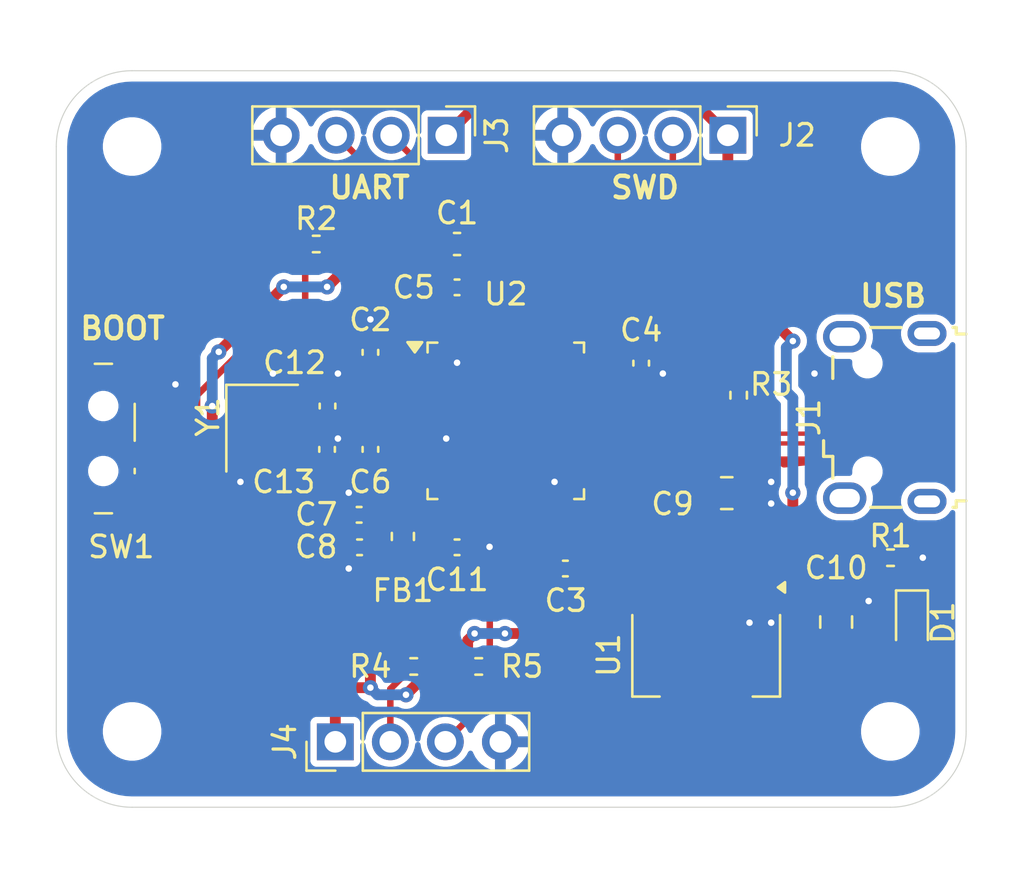
<source format=kicad_pcb>
(kicad_pcb (version 20241229) (generator "pcbnew") (generator_version "9.99")
  (layers (0 "F.Cu" signal) (2 "B.Cu" power) (13 "F.Paste" user) (15 "B.Paste" user) (5 "F.SilkS" user "F.Silkscreen") (7 "B.SilkS" user "B.Silkscreen") (1 "F.Mask" user) (3 "B.Mask" user) (25 "Edge.Cuts" user))
  (net 0 "")
  (net 1 "+3.3V")
  (net 2 "GND")
  (net 3 "+3.3VA")
  (net 4 "VBUS")
  (net 5 "/NRST")
  (net 6 "/HSE_IN")
  (net 7 "/HSE_UOT")
  (net 8 "/PWR-LED-K")
  (net 10 "/USB_D-")
  (net 14 "/USB_D+")
  (net 16 "/SWDIO")
  (net 17 "/SWCLK")
  (net 18 "/USART1_RX")
  (net 19 "/USART1_TX")
  (net 20 "/I2C2_SDA")
  (net 21 "/I2C2_SCL")
  (net 22 "/boot0")
  (net 23 "/sw_boot0")
  (footprint "Connector_PinHeader_2.54mm:PinHeader_1x04_P2.54mm_Vertical" (layer "F.Cu") (at 127.88 109 90)
    (property "Reference" "J4" (at 0 -2.33 90) (layer "F.SilkS"))
    (property "Value" "Conn_01x04_Pin")
    (fp_line (start -1.33 -1.33) (end 0 -1.33) (stroke (width 0.12)) (layer "F.SilkS"))
    (fp_line (start -1.33 0) (end -1.33 -1.33) (stroke (width 0.12)) (layer "F.SilkS"))
    (fp_line (start 1.33 1.27) (end 1.33 8.95) (stroke (width 0.12)) (layer "F.SilkS"))
    (fp_line (start -1.33 1.27) (end 1.33 1.27) (stroke (width 0.12)) (layer "F.SilkS"))
    (fp_line (start -1.33 1.27) (end -1.33 8.95) (stroke (width 0.12)) (layer "F.SilkS"))
    (fp_line (start -1.33 8.95) (end 1.33 8.95) (stroke (width 0.12)) (layer "F.SilkS"))
    (pad "1" thru_hole rect (at 0 0 90) (size 1.7 1.7) (drill 1) (layers "*.Cu" "*.Mask") (net 1 "+3.3V"))
    (pad "2" thru_hole oval (at 0 2.54 90) (size 1.7 1.7) (drill 1) (layers "*.Cu" "*.Mask") (net 21 "/I2C2_SCL"))
    (pad "3" thru_hole oval (at 0 5.08 90) (size 1.7 1.7) (drill 1) (layers "*.Cu" "*.Mask") (net 20 "/I2C2_SDA"))
    (pad "4" thru_hole oval (at 0 7.62 90) (size 1.7 1.7) (drill 1) (layers "*.Cu" "*.Mask") (net 2 "GND"))
  )
  (footprint "Capacitor_SMD:C_0402_1005Metric" (layer "F.Cu") (at 127.5 95.5 90)
    (property "Reference" "C13" (at -1.5 -2 0) (layer "F.SilkS"))
    (property "Value" "10p")
    (fp_line (start -0.107836 -0.36) (end 0.107836 -0.36) (stroke (width 0.12)) (layer "F.SilkS"))
    (fp_line (start -0.107836 0.36) (end 0.107836 0.36) (stroke (width 0.12)) (layer "F.SilkS"))
    (pad "1" smd roundrect (at -0.48 0 90) (size 0.56 0.62) (layers "F.Cu" "F.Mask" "F.Paste") (net 7 "/HSE_UOT"))
    (pad "2" smd roundrect (at 0.48 0 90) (size 0.56 0.62) (layers "F.Cu" "F.Mask" "F.Paste") (net 2 "GND"))
  )
  (footprint "Package_QFP:LQFP-48_7x7mm_P0.5mm" (layer "F.Cu") (at 135.75 94.1825)
    (property "Reference" "U2" (at 0 -5.85 0) (layer "F.SilkS"))
    (property "Value" "STM32F103C_8-B_Tx")
    (fp_line (start -3.61 -3.61) (end -3.61 -3.16) (stroke (width 0.12)) (layer "F.SilkS"))
    (fp_line (start -3.61 3.61) (end -3.61 3.16) (stroke (width 0.12)) (layer "F.SilkS"))
    (fp_line (start -3.16 -3.61) (end -3.61 -3.61) (stroke (width 0.12)) (layer "F.SilkS"))
    (fp_line (start -3.16 3.61) (end -3.61 3.61) (stroke (width 0.12)) (layer "F.SilkS"))
    (fp_line (start 3.16 -3.61) (end 3.61 -3.61) (stroke (width 0.12)) (layer "F.SilkS"))
    (fp_line (start 3.16 3.61) (end 3.61 3.61) (stroke (width 0.12)) (layer "F.SilkS"))
    (fp_line (start 3.61 -3.61) (end 3.61 -3.16) (stroke (width 0.12)) (layer "F.SilkS"))
    (fp_line (start 3.61 3.61) (end 3.61 3.16) (stroke (width 0.12)) (layer "F.SilkS"))
    (fp_poly (pts (xy -4.2 -3.16) (xy -4.54 -3.63) (xy -3.86 -3.63) (xy -4.2 -3.16)) (stroke (width 0.12)) (fill yes) (layer "F.SilkS"))
    (pad "1" smd roundrect (at -4.1625 -2.75) (size 1.475 0.3) (layers "F.Cu" "F.Mask" "F.Paste") (net 1 "+3.3V"))
    (pad "2" smd roundrect (at -4.1625 -2.25) (size 1.475 0.3) (layers "F.Cu" "F.Mask" "F.Paste"))
    (pad "3" smd roundrect (at -4.1625 -1.75) (size 1.475 0.3) (layers "F.Cu" "F.Mask" "F.Paste"))
    (pad "4" smd roundrect (at -4.1625 -1.25) (size 1.475 0.3) (layers "F.Cu" "F.Mask" "F.Paste"))
    (pad "5" smd roundrect (at -4.1625 -0.75) (size 1.475 0.3) (layers "F.Cu" "F.Mask" "F.Paste") (net 6 "/HSE_IN"))
    (pad "6" smd roundrect (at -4.1625 -0.25) (size 1.475 0.3) (layers "F.Cu" "F.Mask" "F.Paste") (net 7 "/HSE_UOT"))
    (pad "7" smd roundrect (at -4.1625 0.25) (size 1.475 0.3) (layers "F.Cu" "F.Mask" "F.Paste") (net 5 "/NRST"))
    (pad "8" smd roundrect (at -4.1625 0.75) (size 1.475 0.3) (layers "F.Cu" "F.Mask" "F.Paste") (net 2 "GND"))
    (pad "9" smd roundrect (at -4.1625 1.25) (size 1.475 0.3) (layers "F.Cu" "F.Mask" "F.Paste") (net 3 "+3.3VA"))
    (pad "10" smd roundrect (at -4.1625 1.75) (size 1.475 0.3) (layers "F.Cu" "F.Mask" "F.Paste"))
    (pad "11" smd roundrect (at -4.1625 2.25) (size 1.475 0.3) (layers "F.Cu" "F.Mask" "F.Paste"))
    (pad "12" smd roundrect (at -4.1625 2.75) (size 1.475 0.3) (layers "F.Cu" "F.Mask" "F.Paste"))
    (pad "13" smd roundrect (at -2.75 4.1625) (size 0.3 1.475) (layers "F.Cu" "F.Mask" "F.Paste"))
    (pad "14" smd roundrect (at -2.25 4.1625) (size 0.3 1.475) (layers "F.Cu" "F.Mask" "F.Paste"))
    (pad "15" smd roundrect (at -1.75 4.1625) (size 0.3 1.475) (layers "F.Cu" "F.Mask" "F.Paste"))
    (pad "16" smd roundrect (at -1.25 4.1625) (size 0.3 1.475) (layers "F.Cu" "F.Mask" "F.Paste"))
    (pad "17" smd roundrect (at -0.75 4.1625) (size 0.3 1.475) (layers "F.Cu" "F.Mask" "F.Paste"))
    (pad "18" smd roundrect (at -0.25 4.1625) (size 0.3 1.475) (layers "F.Cu" "F.Mask" "F.Paste"))
    (pad "19" smd roundrect (at 0.25 4.1625) (size 0.3 1.475) (layers "F.Cu" "F.Mask" "F.Paste"))
    (pad "20" smd roundrect (at 0.75 4.1625) (size 0.3 1.475) (layers "F.Cu" "F.Mask" "F.Paste"))
    (pad "21" smd roundrect (at 1.25 4.1625) (size 0.3 1.475) (layers "F.Cu" "F.Mask" "F.Paste") (net 21 "/I2C2_SCL"))
    (pad "22" smd roundrect (at 1.75 4.1625) (size 0.3 1.475) (layers "F.Cu" "F.Mask" "F.Paste") (net 20 "/I2C2_SDA"))
    (pad "23" smd roundrect (at 2.25 4.1625) (size 0.3 1.475) (layers "F.Cu" "F.Mask" "F.Paste") (net 2 "GND"))
    (pad "24" smd roundrect (at 2.75 4.1625) (size 0.3 1.475) (layers "F.Cu" "F.Mask" "F.Paste") (net 1 "+3.3V"))
    (pad "25" smd roundrect (at 4.1625 2.75) (size 1.475 0.3) (layers "F.Cu" "F.Mask" "F.Paste"))
    (pad "26" smd roundrect (at 4.1625 2.25) (size 1.475 0.3) (layers "F.Cu" "F.Mask" "F.Paste"))
    (pad "27" smd roundrect (at 4.1625 1.75) (size 1.475 0.3) (layers "F.Cu" "F.Mask" "F.Paste"))
    (pad "28" smd roundrect (at 4.1625 1.25) (size 1.475 0.3) (layers "F.Cu" "F.Mask" "F.Paste"))
    (pad "29" smd roundrect (at 4.1625 0.75) (size 1.475 0.3) (layers "F.Cu" "F.Mask" "F.Paste"))
    (pad "30" smd roundrect (at 4.1625 0.25) (size 1.475 0.3) (layers "F.Cu" "F.Mask" "F.Paste"))
    (pad "31" smd roundrect (at 4.1625 -0.25) (size 1.475 0.3) (layers "F.Cu" "F.Mask" "F.Paste"))
    (pad "32" smd roundrect (at 4.1625 -0.75) (size 1.475 0.3) (layers "F.Cu" "F.Mask" "F.Paste") (net 10 "/USB_D-"))
    (pad "33" smd roundrect (at 4.1625 -1.25) (size 1.475 0.3) (layers "F.Cu" "F.Mask" "F.Paste") (net 14 "/USB_D+"))
    (pad "34" smd roundrect (at 4.1625 -1.75) (size 1.475 0.3) (layers "F.Cu" "F.Mask" "F.Paste") (net 16 "/SWDIO"))
    (pad "35" smd roundrect (at 4.1625 -2.25) (size 1.475 0.3) (layers "F.Cu" "F.Mask" "F.Paste") (net 2 "GND"))
    (pad "36" smd roundrect (at 4.1625 -2.75) (size 1.475 0.3) (layers "F.Cu" "F.Mask" "F.Paste") (net 1 "+3.3V"))
    (pad "37" smd roundrect (at 2.75 -4.1625) (size 0.3 1.475) (layers "F.Cu" "F.Mask" "F.Paste") (net 17 "/SWCLK"))
    (pad "38" smd roundrect (at 2.25 -4.1625) (size 0.3 1.475) (layers "F.Cu" "F.Mask" "F.Paste"))
    (pad "39" smd roundrect (at 1.75 -4.1625) (size 0.3 1.475) (layers "F.Cu" "F.Mask" "F.Paste"))
    (pad "40" smd roundrect (at 1.25 -4.1625) (size 0.3 1.475) (layers "F.Cu" "F.Mask" "F.Paste"))
    (pad "41" smd roundrect (at 0.75 -4.1625) (size 0.3 1.475) (layers "F.Cu" "F.Mask" "F.Paste"))
    (pad "42" smd roundrect (at 0.25 -4.1625) (size 0.3 1.475) (layers "F.Cu" "F.Mask" "F.Paste") (net 19 "/USART1_TX"))
    (pad "43" smd roundrect (at -0.25 -4.1625) (size 0.3 1.475) (layers "F.Cu" "F.Mask" "F.Paste") (net 18 "/USART1_RX"))
    (pad "44" smd roundrect (at -0.75 -4.1625) (size 0.3 1.475) (layers "F.Cu" "F.Mask" "F.Paste") (net 22 "/boot0"))
    (pad "45" smd roundrect (at -1.25 -4.1625) (size 0.3 1.475) (layers "F.Cu" "F.Mask" "F.Paste"))
    (pad "46" smd roundrect (at -1.75 -4.1625) (size 0.3 1.475) (layers "F.Cu" "F.Mask" "F.Paste"))
    (pad "47" smd roundrect (at -2.25 -4.1625) (size 0.3 1.475) (layers "F.Cu" "F.Mask" "F.Paste") (net 2 "GND"))
    (pad "48" smd roundrect (at -2.75 -4.1625) (size 0.3 1.475) (layers "F.Cu" "F.Mask" "F.Paste") (net 1 "+3.3V"))
  )
  (footprint "Capacitor_SMD:C_0402_1005Metric" (layer "F.Cu") (at 127.52 93.5 90)
    (property "Reference" "C12" (at 2 -1.52 180) (layer "F.SilkS"))
    (property "Value" "10p")
    (fp_line (start -0.107836 -0.36) (end 0.107836 -0.36) (stroke (width 0.12)) (layer "F.SilkS"))
    (fp_line (start -0.107836 0.36) (end 0.107836 0.36) (stroke (width 0.12)) (layer "F.SilkS"))
    (pad "1" smd roundrect (at -0.48 0 90) (size 0.56 0.62) (layers "F.Cu" "F.Mask" "F.Paste") (net 6 "/HSE_IN"))
    (pad "2" smd roundrect (at 0.48 0 90) (size 0.56 0.62) (layers "F.Cu" "F.Mask" "F.Paste") (net 2 "GND"))
  )
  (footprint "Connector_PinHeader_2.54mm:PinHeader_1x04_P2.54mm_Vertical" (layer "F.Cu") (at 146 81 -90)
    (property "Reference" "J2" (at 0 -3.2 180) (layer "F.SilkS"))
    (property "Value" "Conn_01x04_Pin")
    (fp_line (start -1.33 8.95) (end 1.33 8.95) (stroke (width 0.12)) (layer "F.SilkS"))
    (fp_line (start -1.33 1.27) (end -1.33 8.95) (stroke (width 0.12)) (layer "F.SilkS"))
    (fp_line (start -1.33 1.27) (end 1.33 1.27) (stroke (width 0.12)) (layer "F.SilkS"))
    (fp_line (start 1.33 1.27) (end 1.33 8.95) (stroke (width 0.12)) (layer "F.SilkS"))
    (fp_line (start -1.33 0) (end -1.33 -1.33) (stroke (width 0.12)) (layer "F.SilkS"))
    (fp_line (start -1.33 -1.33) (end 0 -1.33) (stroke (width 0.12)) (layer "F.SilkS"))
    (pad "1" thru_hole rect (at 0 0 270) (size 1.7 1.7) (drill 1) (layers "*.Cu" "*.Mask") (net 1 "+3.3V"))
    (pad "2" thru_hole oval (at 0 2.54 270) (size 1.7 1.7) (drill 1) (layers "*.Cu" "*.Mask") (net 16 "/SWDIO"))
    (pad "3" thru_hole oval (at 0 5.08 270) (size 1.7 1.7) (drill 1) (layers "*.Cu" "*.Mask") (net 17 "/SWCLK"))
    (pad "4" thru_hole oval (at 0 7.62 270) (size 1.7 1.7) (drill 1) (layers "*.Cu" "*.Mask") (net 2 "GND"))
  )
  (footprint "Crystal:Crystal_SMD_3225-4Pin_3.2x2.5mm" (layer "F.Cu") (at 124.5 94.52 -90)
    (property "Reference" "Y1" (at -0.52 2.5 90) (layer "F.SilkS"))
    (property "Value" "16MHz")
    (fp_line (start -2 1.65) (end 2 1.65) (stroke (width 0.12)) (layer "F.SilkS"))
    (fp_line (start -2 -1.65) (end -2 1.65) (stroke (width 0.12)) (layer "F.SilkS"))
    (pad "1" smd rect (at -1.1 0.85 270) (size 1.4 1.2) (layers "F.Cu" "F.Mask" "F.Paste") (net 6 "/HSE_IN"))
    (pad "2" smd rect (at 1.1 0.85 270) (size 1.4 1.2) (layers "F.Cu" "F.Mask" "F.Paste") (net 2 "GND"))
    (pad "3" smd rect (at 1.1 -0.85 270) (size 1.4 1.2) (layers "F.Cu" "F.Mask" "F.Paste") (net 7 "/HSE_UOT"))
    (pad "4" smd rect (at -1.1 -0.85 270) (size 1.4 1.2) (layers "F.Cu" "F.Mask" "F.Paste") (net 2 "GND"))
  )
  (footprint "Capacitor_SMD:C_0402_1005Metric" (layer "F.Cu") (at 138.5 101 180)
    (property "Reference" "C3" (at -0.02 -1.48 0) (layer "F.SilkS"))
    (property "Value" "100n")
    (fp_line (start -0.107836 0.36) (end 0.107836 0.36) (stroke (width 0.12)) (layer "F.SilkS"))
    (fp_line (start -0.107836 -0.36) (end 0.107836 -0.36) (stroke (width 0.12)) (layer "F.SilkS"))
    (pad "1" smd roundrect (at -0.48 0 180) (size 0.56 0.62) (layers "F.Cu" "F.Mask" "F.Paste") (net 1 "+3.3V"))
    (pad "2" smd roundrect (at 0.48 0 180) (size 0.56 0.62) (layers "F.Cu" "F.Mask" "F.Paste") (net 2 "GND"))
  )
  (footprint "Resistor_SMD:R_0402_1005Metric" (layer "F.Cu") (at 131.5 105.52 180)
    (property "Reference" "R4" (at 2 0 0) (layer "F.SilkS"))
    (property "Value" "1K5")
    (fp_line (start -0.153641 0.38) (end 0.153641 0.38) (stroke (width 0.12)) (layer "F.SilkS"))
    (fp_line (start -0.153641 -0.38) (end 0.153641 -0.38) (stroke (width 0.12)) (layer "F.SilkS"))
    (pad "1" smd roundrect (at -0.51 0 180) (size 0.54 0.64) (layers "F.Cu" "F.Mask" "F.Paste") (net 1 "+3.3V"))
    (pad "2" smd roundrect (at 0.51 0 180) (size 0.54 0.64) (layers "F.Cu" "F.Mask" "F.Paste") (net 21 "/I2C2_SCL"))
  )
  (footprint "Capacitor_SMD:C_0805_2012Metric" (layer "F.Cu") (at 145.95 97.52)
    (property "Reference" "C9" (at -2.5 0.5 0) (layer "F.SilkS"))
    (property "Value" "22u")
    (fp_line (start -0.261252 -0.735) (end 0.261252 -0.735) (stroke (width 0.12)) (layer "F.SilkS"))
    (fp_line (start -0.261252 0.735) (end 0.261252 0.735) (stroke (width 0.12)) (layer "F.SilkS"))
    (pad "1" smd roundrect (at -0.95 0) (size 1 1.45) (layers "F.Cu" "F.Mask" "F.Paste") (net 4 "VBUS"))
    (pad "2" smd roundrect (at 0.95 0) (size 1 1.45) (layers "F.Cu" "F.Mask" "F.Paste") (net 2 "GND"))
  )
  (footprint "Connector_USB:USB_Micro-B_Wuerth_629105150521" (layer "F.Cu") (at 153.245 94.025 90)
    (property "Reference" "J1" (at 0 -3.5 90) (layer "F.SilkS"))
    (property "Value" "USB_B_Micro")
    (fp_line (start -1.075 -2.825) (end -1.8 -2.825) (stroke (width 0.15)) (layer "F.SilkS"))
    (fp_line (start -1.8 -2.825) (end -1.8 -2.4) (stroke (width 0.15)) (layer "F.SilkS"))
    (fp_line (start 1.8 -2.4) (end 2.8 -2.4) (stroke (width 0.15)) (layer "F.SilkS"))
    (fp_line (start -1.8 -2.4) (end -2.8 -2.4) (stroke (width 0.15)) (layer "F.SilkS"))
    (fp_line (start -4.15 -0.65) (end -4.15 0.75) (stroke (width 0.15)) (layer "F.SilkS"))
    (fp_line (start 4.15 0.75) (end 4.15 -0.65) (stroke (width 0.15)) (layer "F.SilkS"))
    (fp_line (start -4.15 3.15) (end -4.15 3.3) (stroke (width 0.15)) (layer "F.SilkS"))
    (fp_line (start 4.15 3.3) (end 4.15 3.15) (stroke (width 0.15)) (layer "F.SilkS"))
    (fp_line (start 3.85 3.3) (end 4.15 3.3) (stroke (width 0.15)) (layer "F.SilkS"))
    (fp_line (start -3.85 3.3) (end -3.85 3.75) (stroke (width 0.15)) (layer "F.SilkS"))
    (fp_line (start -4.15 3.3) (end -3.85 3.3) (stroke (width 0.15)) (layer "F.SilkS"))
    (fp_line (start 3.85 3.75) (end 3.85 3.3) (stroke (width 0.15)) (layer "F.SilkS"))
    (pad "" np_thru_hole oval (at -2.5 -0.8 90) (size 0.8 0.8) (drill 0.8) (layers "*.Cu" "*.Mask"))
    (pad "" np_thru_hole oval (at 2.5 -0.8 90) (size 0.8 0.8) (drill 0.8) (layers "*.Cu" "*.Mask"))
    (pad "1" smd rect (at -1.3 -1.9 90) (size 0.45 1.3) (layers "F.Cu" "F.Mask" "F.Paste") (net 4 "VBUS"))
    (pad "2" smd rect (at -0.65 -1.9 90) (size 0.45 1.3) (layers "F.Cu" "F.Mask" "F.Paste") (net 10 "/USB_D-"))
    (pad "3" smd rect (at 0 -1.9 90) (size 0.45 1.3) (layers "F.Cu" "F.Mask" "F.Paste") (net 14 "/USB_D+"))
    (pad "4" smd rect (at 0.65 -1.9 90) (size 0.45 1.3) (layers "F.Cu" "F.Mask" "F.Paste"))
    (pad "5" smd rect (at 1.3 -1.9 90) (size 0.45 1.3) (layers "F.Cu" "F.Mask" "F.Paste") (net 2 "GND"))
    (pad "6" thru_hole oval (at -3.875 1.95 90) (size 1.15 1.8) (drill oval 0.55 1.2) (property pad_prop_heatsink) (layers "*.Cu" "*.Mask"))
    (pad "6" thru_hole oval (at -3.725 -1.85 90) (size 1.45 2) (drill oval 0.85 1.4) (property pad_prop_heatsink) (layers "*.Cu" "*.Mask"))
    (pad "6" thru_hole oval (at 3.725 -1.85 90) (size 1.45 2) (drill oval 0.85 1.4) (property pad_prop_heatsink) (layers "*.Cu" "*.Mask"))
    (pad "6" thru_hole oval (at 3.875 1.95 90) (size 1.15 1.8) (drill oval 0.55 1.2) (property pad_prop_heatsink) (layers "*.Cu" "*.Mask"))
  )
  (footprint "Resistor_SMD:R_0402_1005Metric" (layer "F.Cu") (at 134.5 105.52)
    (property "Reference" "R5" (at 2 0 0) (layer "F.SilkS"))
    (property "Value" "1K5")
    (fp_line (start -0.153641 -0.38) (end 0.153641 -0.38) (stroke (width 0.12)) (layer "F.SilkS"))
    (fp_line (start -0.153641 0.38) (end 0.153641 0.38) (stroke (width 0.12)) (layer "F.SilkS"))
    (pad "1" smd roundrect (at -0.51 0) (size 0.54 0.64) (layers "F.Cu" "F.Mask" "F.Paste") (net 1 "+3.3V"))
    (pad "2" smd roundrect (at 0.51 0) (size 0.54 0.64) (layers "F.Cu" "F.Mask" "F.Paste") (net 20 "/I2C2_SDA"))
  )
  (footprint "MountingHole:MountingHole_2.2mm_M2" (layer "F.Cu") (at 118.5 108.52)
    (property "Reference" "H4" (hide yes))
    (property "Value" "MountingHole")
    (pad "" np_thru_hole circle (at 0 0) (size 2.2 2.2) (drill 2.2) (layers "*.Cu" "*.Mask"))
  )
  (footprint "MountingHole:MountingHole_2.2mm_M2" (layer "F.Cu") (at 153.5 81.52)
    (property "Reference" "H2" (hide yes))
    (property "Value" "MountingHole")
    (pad "" np_thru_hole circle (at 0 0) (size 2.2 2.2) (drill 2.2) (layers "*.Cu" "*.Mask"))
  )
  (footprint "LED_SMD:LED_0603_1608Metric" (layer "F.Cu") (at 154.5 103.5 -90)
    (property "Reference" "D1" (at 0 -1.43 90) (layer "F.SilkS"))
    (property "Value" "red")
    (fp_line (start -1.485 0.735) (end 0.8 0.735) (stroke (width 0.12)) (layer "F.SilkS"))
    (fp_line (start -1.485 -0.735) (end -1.485 0.735) (stroke (width 0.12)) (layer "F.SilkS"))
    (fp_line (start 0.8 -0.735) (end -1.485 -0.735) (stroke (width 0.12)) (layer "F.SilkS"))
    (pad "1" smd roundrect (at -0.7875 0 270) (size 0.875 0.95) (layers "F.Cu" "F.Mask" "F.Paste") (net 8 "/PWR-LED-K"))
    (pad "2" smd roundrect (at 0.7875 0 270) (size 0.875 0.95) (layers "F.Cu" "F.Mask" "F.Paste") (net 1 "+3.3V"))
  )
  (footprint "Capacitor_SMD:C_0402_1005Metric" (layer "F.Cu") (at 133.5 88.02)
    (property "Reference" "C5" (at -2 0 0) (layer "F.SilkS"))
    (property "Value" "100n")
    (fp_line (start -0.107836 -0.36) (end 0.107836 -0.36) (stroke (width 0.12)) (layer "F.SilkS"))
    (fp_line (start -0.107836 0.36) (end 0.107836 0.36) (stroke (width 0.12)) (layer "F.SilkS"))
    (pad "1" smd roundrect (at -0.48 0) (size 0.56 0.62) (layers "F.Cu" "F.Mask" "F.Paste") (net 1 "+3.3V"))
    (pad "2" smd roundrect (at 0.48 0) (size 0.56 0.62) (layers "F.Cu" "F.Mask" "F.Paste") (net 2 "GND"))
  )
  (footprint "MountingHole:MountingHole_2.2mm_M2" (layer "F.Cu") (at 118.5 81.52)
    (property "Reference" "H1" (hide yes))
    (property "Value" "MountingHole")
    (pad "" np_thru_hole circle (at 0 0) (size 2.2 2.2) (drill 2.2) (layers "*.Cu" "*.Mask"))
  )
  (footprint "Capacitor_SMD:C_0402_1005Metric" (layer "F.Cu") (at 133.5 100.02)
    (property "Reference" "C11" (at 0 1.5 0) (layer "F.SilkS"))
    (property "Value" "100n")
    (fp_line (start -0.107836 -0.36) (end 0.107836 -0.36) (stroke (width 0.12)) (layer "F.SilkS"))
    (fp_line (start -0.107836 0.36) (end 0.107836 0.36) (stroke (width 0.12)) (layer "F.SilkS"))
    (pad "1" smd roundrect (at -0.48 0) (size 0.56 0.62) (layers "F.Cu" "F.Mask" "F.Paste") (net 5 "/NRST"))
    (pad "2" smd roundrect (at 0.48 0) (size 0.56 0.62) (layers "F.Cu" "F.Mask" "F.Paste") (net 2 "GND"))
  )
  (footprint "MountingHole:MountingHole_2.2mm_M2" (layer "F.Cu") (at 153.5 108.52)
    (property "Reference" "H3" (hide yes))
    (property "Value" "MountingHole")
    (pad "" np_thru_hole circle (at 0 0) (size 2.2 2.2) (drill 2.2) (layers "*.Cu" "*.Mask"))
  )
  (footprint "Resistor_SMD:R_0402_1005Metric" (layer "F.Cu") (at 127 86.02)
    (property "Reference" "R2" (at 0 -1.17 0) (layer "F.SilkS"))
    (property "Value" "10k")
    (fp_line (start -0.153641 -0.38) (end 0.153641 -0.38) (stroke (width 0.12)) (layer "F.SilkS"))
    (fp_line (start -0.153641 0.38) (end 0.153641 0.38) (stroke (width 0.12)) (layer "F.SilkS"))
    (pad "1" smd roundrect (at -0.51 0) (size 0.54 0.64) (layers "F.Cu" "F.Mask" "F.Paste") (net 23 "/sw_boot0"))
    (pad "2" smd roundrect (at 0.51 0) (size 0.54 0.64) (layers "F.Cu" "F.Mask" "F.Paste") (net 22 "/boot0"))
  )
  (footprint "Capacitor_SMD:C_0805_2012Metric" (layer "F.Cu") (at 151 103.47 90)
    (property "Reference" "C10" (at 2.5 0 180) (layer "F.SilkS"))
    (property "Value" "22u")
    (fp_line (start -0.261252 -0.735) (end 0.261252 -0.735) (stroke (width 0.12)) (layer "F.SilkS"))
    (fp_line (start -0.261252 0.735) (end 0.261252 0.735) (stroke (width 0.12)) (layer "F.SilkS"))
    (pad "1" smd roundrect (at -0.95 0 90) (size 1 1.45) (layers "F.Cu" "F.Mask" "F.Paste") (net 1 "+3.3V"))
    (pad "2" smd roundrect (at 0.95 0 90) (size 1 1.45) (layers "F.Cu" "F.Mask" "F.Paste") (net 2 "GND"))
  )
  (footprint "Package_TO_SOT_SMD:SOT-223-3_TabPin2" (layer "F.Cu") (at 145 105 -90)
    (property "Reference" "U1" (at 0 4.5 90) (layer "F.SilkS"))
    (property "Value" "AMS1117-3.3")
    (fp_line (start -1.85 3.41) (end 1.91 3.41) (stroke (width 0.12)) (layer "F.SilkS"))
    (fp_line (start 1.91 3.41) (end 1.91 2.15) (stroke (width 0.12)) (layer "F.SilkS"))
    (fp_line (start -1.85 -3.41) (end 1.91 -3.41) (stroke (width 0.12)) (layer "F.SilkS"))
    (fp_line (start 1.91 -3.41) (end 1.91 -2.15) (stroke (width 0.12)) (layer "F.SilkS"))
    (fp_poly (pts (xy -3.13 -3.31) (xy -3.37 -3.64) (xy -2.89 -3.64) (xy -3.13 -3.31)) (stroke (width 0.12)) (fill yes) (layer "F.SilkS"))
    (pad "1" smd roundrect (at -3.15 -2.3 270) (size 2 1.5) (layers "F.Cu" "F.Mask" "F.Paste") (net 2 "GND"))
    (pad "2" smd roundrect (at -3.15 0 270) (size 2 1.5) (layers "F.Cu" "F.Mask" "F.Paste") (net 1 "+3.3V"))
    (pad "2" smd roundrect (at 3.15 0 270) (size 2 3.8) (layers "F.Cu" "F.Mask" "F.Paste") (net 1 "+3.3V"))
    (pad "3" smd roundrect (at -3.15 2.3 270) (size 2 1.5) (layers "F.Cu" "F.Mask" "F.Paste") (net 4 "VBUS"))
  )
  (footprint "Capacitor_SMD:C_0402_1005Metric" (layer "F.Cu") (at 142 91.52 -90)
    (property "Reference" "C4" (at -1.52 0 0) (layer "F.SilkS"))
    (property "Value" "100n")
    (fp_line (start -0.107836 0.36) (end 0.107836 0.36) (stroke (width 0.12)) (layer "F.SilkS"))
    (fp_line (start -0.107836 -0.36) (end 0.107836 -0.36) (stroke (width 0.12)) (layer "F.SilkS"))
    (pad "1" smd roundrect (at -0.48 0 270) (size 0.56 0.62) (layers "F.Cu" "F.Mask" "F.Paste") (net 1 "+3.3V"))
    (pad "2" smd roundrect (at 0.48 0 270) (size 0.56 0.62) (layers "F.Cu" "F.Mask" "F.Paste") (net 2 "GND"))
  )
  (footprint "Capacitor_SMD:C_0402_1005Metric" (layer "F.Cu") (at 129.5 95.5 90)
    (property "Reference" "C6" (at -1.5 0 180) (layer "F.SilkS"))
    (property "Value" "10n")
    (fp_line (start -0.107836 -0.36) (end 0.107836 -0.36) (stroke (width 0.12)) (layer "F.SilkS"))
    (fp_line (start -0.107836 0.36) (end 0.107836 0.36) (stroke (width 0.12)) (layer "F.SilkS"))
    (pad "1" smd roundrect (at -0.48 0 90) (size 0.56 0.62) (layers "F.Cu" "F.Mask" "F.Paste") (net 3 "+3.3VA"))
    (pad "2" smd roundrect (at 0.48 0 90) (size 0.56 0.62) (layers "F.Cu" "F.Mask" "F.Paste") (net 2 "GND"))
  )
  (footprint "Capacitor_SMD:C_0402_1005Metric" (layer "F.Cu") (at 129 100.02 180)
    (property "Reference" "C8" (at 2 0.02 0) (layer "F.SilkS"))
    (property "Value" "1u")
    (fp_line (start -0.107836 0.36) (end 0.107836 0.36) (stroke (width 0.12)) (layer "F.SilkS"))
    (fp_line (start -0.107836 -0.36) (end 0.107836 -0.36) (stroke (width 0.12)) (layer "F.SilkS"))
    (pad "1" smd roundrect (at -0.48 0 180) (size 0.56 0.62) (layers "F.Cu" "F.Mask" "F.Paste") (net 1 "+3.3V"))
    (pad "2" smd roundrect (at 0.48 0 180) (size 0.56 0.62) (layers "F.Cu" "F.Mask" "F.Paste") (net 2 "GND"))
  )
  (footprint "Connector_PinHeader_2.54mm:PinHeader_1x04_P2.54mm_Vertical" (layer "F.Cu") (at 133 81 -90)
    (property "Reference" "J3" (at 0 -2.33 90) (layer "F.SilkS"))
    (property "Value" "Conn_01x04_Pin")
    (fp_line (start -1.33 8.95) (end 1.33 8.95) (stroke (width 0.12)) (layer "F.SilkS"))
    (fp_line (start -1.33 1.27) (end -1.33 8.95) (stroke (width 0.12)) (layer "F.SilkS"))
    (fp_line (start -1.33 1.27) (end 1.33 1.27) (stroke (width 0.12)) (layer "F.SilkS"))
    (fp_line (start 1.33 1.27) (end 1.33 8.95) (stroke (width 0.12)) (layer "F.SilkS"))
    (fp_line (start -1.33 0) (end -1.33 -1.33) (stroke (width 0.12)) (layer "F.SilkS"))
    (fp_line (start -1.33 -1.33) (end 0 -1.33) (stroke (width 0.12)) (layer "F.SilkS"))
    (pad "1" thru_hole rect (at 0 0 270) (size 1.7 1.7) (drill 1) (layers "*.Cu" "*.Mask") (net 1 "+3.3V"))
    (pad "2" thru_hole oval (at 0 2.54 270) (size 1.7 1.7) (drill 1) (layers "*.Cu" "*.Mask") (net 19 "/USART1_TX"))
    (pad "3" thru_hole oval (at 0 5.08 270) (size 1.7 1.7) (drill 1) (layers "*.Cu" "*.Mask") (net 18 "/USART1_RX"))
    (pad "4" thru_hole oval (at 0 7.62 270) (size 1.7 1.7) (drill 1) (layers "*.Cu" "*.Mask") (net 2 "GND"))
  )
  (footprint "Resistor_SMD:R_0402_1005Metric" (layer "F.Cu") (at 146.5 93 90)
    (property "Reference" "R3" (at 0.5 1.5 180) (layer "F.SilkS"))
    (property "Value" "1k5")
    (fp_line (start -0.153641 -0.38) (end 0.153641 -0.38) (stroke (width 0.12)) (layer "F.SilkS"))
    (fp_line (start -0.153641 0.38) (end 0.153641 0.38) (stroke (width 0.12)) (layer "F.SilkS"))
    (pad "1" smd roundrect (at -0.51 0 90) (size 0.54 0.64) (layers "F.Cu" "F.Mask" "F.Paste") (net 14 "/USB_D+"))
    (pad "2" smd roundrect (at 0.51 0 90) (size 0.54 0.64) (layers "F.Cu" "F.Mask" "F.Paste") (net 1 "+3.3V"))
  )
  (footprint "Capacitor_SMD:C_0402_1005Metric" (layer "F.Cu") (at 128.98 98.52 180)
    (property "Reference" "C7" (at 1.98 0.02 0) (layer "F.SilkS"))
    (property "Value" "1u")
    (fp_line (start -0.107836 0.36) (end 0.107836 0.36) (stroke (width 0.12)) (layer "F.SilkS"))
    (fp_line (start -0.107836 -0.36) (end 0.107836 -0.36) (stroke (width 0.12)) (layer "F.SilkS"))
    (pad "1" smd roundrect (at -0.48 0 180) (size 0.56 0.62) (layers "F.Cu" "F.Mask" "F.Paste") (net 3 "+3.3VA"))
    (pad "2" smd roundrect (at 0.48 0 180) (size 0.56 0.62) (layers "F.Cu" "F.Mask" "F.Paste") (net 2 "GND"))
  )
  (footprint "Capacitor_SMD:C_0402_1005Metric" (layer "F.Cu") (at 129.5 91.02 90)
    (property "Reference" "C2" (at 1.5 0 180) (layer "F.SilkS"))
    (property "Value" "100n")
    (fp_line (start -0.107836 -0.36) (end 0.107836 -0.36) (stroke (width 0.12)) (layer "F.SilkS"))
    (fp_line (start -0.107836 0.36) (end 0.107836 0.36) (stroke (width 0.12)) (layer "F.SilkS"))
    (pad "1" smd roundrect (at -0.48 0 90) (size 0.56 0.62) (layers "F.Cu" "F.Mask" "F.Paste") (net 1 "+3.3V"))
    (pad "2" smd roundrect (at 0.48 0 90) (size 0.56 0.62) (layers "F.Cu" "F.Mask" "F.Paste") (net 2 "GND"))
  )
  (footprint "Resistor_SMD:R_0402_1005Metric" (layer "F.Cu") (at 153.51 100.5 180)
    (property "Reference" "R1" (at 0 1 0) (layer "F.SilkS"))
    (property "Value" "1k5")
    (fp_line (start -0.153641 0.38) (end 0.153641 0.38) (stroke (width 0.12)) (layer "F.SilkS"))
    (fp_line (start -0.153641 -0.38) (end 0.153641 -0.38) (stroke (width 0.12)) (layer "F.SilkS"))
    (pad "1" smd roundrect (at -0.51 0 180) (size 0.54 0.64) (layers "F.Cu" "F.Mask" "F.Paste") (net 2 "GND"))
    (pad "2" smd roundrect (at 0.51 0 180) (size 0.54 0.64) (layers "F.Cu" "F.Mask" "F.Paste") (net 8 "/PWR-LED-K"))
  )
  (footprint "Button_Switch_SMD:SW_SPDT_PCM12" (layer "F.Cu") (at 117.5 95 -90)
    (property "Reference" "SW1" (at 5 -0.5 0) (layer "F.SilkS"))
    (property "Value" "SW_SPDT")
    (fp_line (start 3.45 0.72) (end 3.45 -0.07) (stroke (width 0.12)) (layer "F.SilkS"))
    (fp_line (start -3.45 -0.07) (end -3.45 0.72) (stroke (width 0.12)) (layer "F.SilkS"))
    (fp_line (start -1.6 -1.12) (end 0.1 -1.12) (stroke (width 0.12)) (layer "F.SilkS"))
    (fp_line (start 1.4 -1.12) (end 1.6 -1.12) (stroke (width 0.12)) (layer "F.SilkS"))
    (pad "" smd rect (at -3.65 -0.78 270) (size 1 0.8) (layers "F.Cu" "F.Mask" "F.Paste"))
    (pad "" smd rect (at -3.65 1.43 270) (size 1 0.8) (layers "F.Cu" "F.Mask" "F.Paste"))
    (pad "" np_thru_hole circle (at -1.5 0.33 270) (size 0.9 0.9) (drill 0.9) (layers "*.Cu" "*.Mask"))
    (pad "" np_thru_hole circle (at 1.5 0.33 270) (size 0.9 0.9) (drill 0.9) (layers "*.Cu" "*.Mask"))
    (pad "" smd rect (at 3.65 -0.78 270) (size 1 0.8) (layers "F.Cu" "F.Mask" "F.Paste"))
    (pad "" smd rect (at 3.65 1.43 270) (size 1 0.8) (layers "F.Cu" "F.Mask" "F.Paste"))
    (pad "1" smd rect (at -2.25 -1.43 270) (size 0.7 1.5) (layers "F.Cu" "F.Mask" "F.Paste") (net 2 "GND"))
    (pad "2" smd rect (at 0.75 -1.43 270) (size 0.7 1.5) (layers "F.Cu" "F.Mask" "F.Paste") (net 23 "/sw_boot0"))
    (pad "3" smd rect (at 2.25 -1.43 270) (size 0.7 1.5) (layers "F.Cu" "F.Mask" "F.Paste") (net 1 "+3.3V"))
  )
  (footprint "Inductor_SMD:L_0603_1608Metric" (layer "F.Cu") (at 131 99.52 -90)
    (property "Reference" "FB1" (at 2.5 0 180) (layer "F.SilkS"))
    (property "Value" "120R")
    (fp_line (start -0.162779 0.51) (end 0.162779 0.51) (stroke (width 0.12)) (layer "F.SilkS"))
    (fp_line (start -0.162779 -0.51) (end 0.162779 -0.51) (stroke (width 0.12)) (layer "F.SilkS"))
    (pad "1" smd roundrect (at -0.7875 0 270) (size 0.875 0.95) (layers "F.Cu" "F.Mask" "F.Paste") (net 3 "+3.3VA"))
    (pad "2" smd roundrect (at 0.7875 0 270) (size 0.875 0.95) (layers "F.Cu" "F.Mask" "F.Paste") (net 1 "+3.3V"))
  )
  (footprint "Capacitor_SMD:C_0603_1608Metric" (layer "F.Cu") (at 133.5 86.02)
    (property "Reference" "C1" (at 0 -1.43 0) (layer "F.SilkS"))
    (property "Value" "10u")
    (fp_line (start -0.14058 -0.51) (end 0.14058 -0.51) (stroke (width 0.12)) (layer "F.SilkS"))
    (fp_line (start -0.14058 0.51) (end 0.14058 0.51) (stroke (width 0.12)) (layer "F.SilkS"))
    (pad "1" smd roundrect (at -0.775 0) (size 0.9 0.95) (layers "F.Cu" "F.Mask" "F.Paste") (net 1 "+3.3V"))
    (pad "2" smd roundrect (at 0.775 0) (size 0.9 0.95) (layers "F.Cu" "F.Mask" "F.Paste") (net 2 "GND"))
  )
  (gr_arc (start 118.5 112.02) (mid 116.025126 110.994874) (end 115 108.52) (stroke (width 0.05)) (layer "Edge.Cuts"))
  (gr_arc (start 157 108.52) (mid 155.974874 110.994874) (end 153.5 112.02) (stroke (width 0.05)) (layer "Edge.Cuts"))
  (gr_arc (start 115 81.52) (mid 116.025126 79.045126) (end 118.5 78.02) (stroke (width 0.05)) (layer "Edge.Cuts"))
  (gr_line (start 118.5 112.02) (end 153.5 112.02) (stroke (width 0.05)) (layer "Edge.Cuts"))
  (gr_line (start 115 81.52) (end 115 108.52) (stroke (width 0.05)) (layer "Edge.Cuts"))
  (gr_arc (start 153.5 78.02) (mid 155.974874 79.045126) (end 157 81.52) (stroke (width 0.05)) (layer "Edge.Cuts"))
  (gr_line (start 157 108.52) (end 157 81.52) (stroke (width 0.05)) (layer "Edge.Cuts"))
  (gr_line (start 153.5 78.02) (end 118.5 78.02) (stroke (width 0.05)) (layer "Edge.Cuts"))
  (gr_text "USB" (at 152 89 0) (layer "F.SilkS") (effects (font (size 1 1) (thickness 0.2) (bold yes)) (justify left bottom)))
  (gr_text "UART\n" (at 127.5 84 0) (layer "F.SilkS") (effects (font (size 1 1) (thickness 0.2) (bold yes)) (justify left bottom)))
  (gr_text "SWD" (at 140.5 84 0) (layer "F.SilkS") (effects (font (size 1 1) (thickness 0.2) (bold yes)) (justify left bottom)))
  (gr_text "BOOT" (at 116 90.5 0) (layer "F.SilkS") (effects (font (size 1 1) (thickness 0.2) (bold yes)) (justify left bottom)))
  (segment (start 151.347528 100) (end 149 100) (width 0.5) (layer "F.Cu") (net 1))
  (segment (start 132.725 86.02) (end 132.725 86.725) (width 0.5) (layer "F.Cu") (net 1))
  (segment (start 133.99 105.52) (end 132.01 105.52) (width 0.5) (layer "F.Cu") (net 1))
  (segment (start 129.5 106.5) (end 128 106.5) (width 0.5) (layer "F.Cu") (net 1))
  (segment (start 149 100) (end 149 97.5) (width 0.5) (layer "F.Cu") (net 1))
  (segment (start 138.5 99.5) (end 139 100) (width 0.3) (layer "F.Cu") (net 1))
  (segment (start 144.5 87.5) (end 142 90) (width 0.5) (layer "F.Cu") (net 1))
  (segment (start 135 79) (end 133 81) (width 0.5) (layer "F.Cu") (net 1))
  (segment (start 138.98 107.98) (end 138.98 104) (width 0.5) (layer "F.Cu") (net 1))
  (segment (start 149 90.5) (end 146 87.5) (width 0.5) (layer "F.Cu") (net 1))
  (segment (start 139 100) (end 138.98 100.02) (width 0.3) (layer "F.Cu") (net 1))
  (segment (start 150 107.5) (end 150 110) (width 0.5) (layer "F.Cu") (net 1))
  (segment (start 138.5 98.345) (end 138.5 99.5) (width 0.3) (layer "F.Cu") (net 1))
  (segment (start 146 87.5) (end 146 81) (width 0.5) (layer "F.Cu") (net 1))
  (segment (start 151 104.42) (end 153 104.42) (width 0.5) (layer "F.Cu") (net 1))
  (segment (start 142 90) (end 142 91.04) (width 0.5) (layer "F.Cu") (net 1))
  (segment (start 133 90.02) (end 133 88.04) (width 0.3) (layer "F.Cu") (net 1))
  (segment (start 129.5 101.8075) (end 131 100.3075) (width 0.5) (layer "F.Cu") (net 1))
  (segment (start 130.5 91.5) (end 129.5 91.5) (width 0.3) (layer "F.Cu") (net 1))
  (segment (start 154.3675 104.42) (end 154.5 104.2875) (width 0.5) (layer "F.Cu") (net 1))
  (segment (start 127.88 106.62) (end 127.88 109) (width 0.5) (layer "F.Cu") (net 1))
  (segment (start 134.31 104) (end 133.99 104.32) (width 0.5) (layer "F.Cu") (net 1))
  (segment (start 153.301 101.953472) (end 151.347528 100) (width 0.5) (layer "F.Cu") (net 1))
  (segment (start 153.301 104.119) (end 153.301 101.953472) (width 0.5) (layer "F.Cu") (net 1))
  (segment (start 133.02 87.02) (end 133.02 88.02) (width 0.5) (layer "F.Cu") (net 1))
  (segment (start 128 106.5) (end 127.5 106.5) (width 0.5) (layer "F.Cu") (net 1))
  (segment (start 130.5675 91.4325) (end 131.5875 91.4325) (width 0.3) (layer "F.Cu") (net 1))
  (segment (start 132.01 105.52) (end 132.01 105.95995) (width 0.5) (layer "F.Cu") (net 1))
  (segment (start 138.98 100.02) (end 138.98 101) (width 0.3) (layer "F.Cu") (net 1))
  (segment (start 146 81) (end 144 79) (width 0.5) (layer "F.Cu") (net 1))
  (segment (start 131 100.3075) (end 129.7675 100.3075) (width 0.5) (layer "F.Cu") (net 1))
  (segment (start 129.5 106.5) (end 129.5 101.8075) (width 0.5) (layer "F.Cu") (net 1))
  (segment (start 124 103) (end 122.2 101.2) (width 0.5) (layer "F.Cu") (net 1))
  (segment (start 138.98 104) (end 138.98 101) (width 0.5) (layer "F.Cu") (net 1))
  (segment (start 139.9125 91.4325) (end 140.305 91.04) (width 0.3) (layer "F.Cu") (net 1))
  (segment (start 138.98 104) (end 135.71 104) (width 0.5) (layer "F.Cu") (net 1))
  (segment (start 122.2 97) (end 122.2 93.5) (width 0.5) (layer "F.Cu") (net 1))
  (segment (start 144 79) (end 135 79) (width 0.5) (layer "F.Cu") (net 1))
  (segment (start 127.5 88) (end 129.48 86.02) (width 0.5) (layer "F.Cu") (net 1))
  (segment (start 129.7675 100.3075) (end 129.48 100.02) (width 0.5) (layer "F.Cu") (net 1))
  (segment (start 150 110) (end 141 110) (width 0.5) (layer "F.Cu") (net 1))
  (segment (start 127.5 106.5) (end 124 103) (width 0.5) (layer "F.Cu") (net 1))
  (segment (start 128 106.5) (end 127.88 106.62) (width 0.5) (layer "F.Cu") (net 1))
  (segment (start 133.99 104.32) (end 133.99 105.52) (width 0.5) (layer "F.Cu") (net 1))
  (segment (start 122.2 101.2) (end 122.2 97) (width 0.5) (layer "F.Cu") (net 1))
  (segment (start 132.725 86.725) (end 133.02 87.02) (width 0.5) (layer "F.Cu") (net 1))
  (segment (start 146.5 88) (end 146.5 92.49) (width 0.5) (layer "F.Cu") (net 1))
  (segment (start 122.2 97) (end 121.95 97.25) (width 0.5) (layer "F.Cu") (net 1))
  (segment (start 153 104.5) (end 150 107.5) (width 0.5) (layer "F.Cu") (net 1))
  (segment (start 140.305 91.04) (end 142 91.04) (width 0.3) (layer "F.Cu") (net 1))
  (segment (start 132.01 105.95995) (end 131.141904 106.828046) (width 0.5) (layer "F.Cu") (net 1))
  (segment (start 133 88.04) (end 133.02 88.02) (width 0.3) (layer "F.Cu") (net 1))
  (segment (start 141 110) (end 138.98 107.98) (width 0.5) (layer "F.Cu") (net 1))
  (segment (start 153 104.42) (end 154.3675 104.42) (width 0.5) (layer "F.Cu") (net 1))
  (segment (start 130.5 91.5) (end 130.5675 91.4325) (width 0.3) (layer "F.Cu") (net 1))
  (segment (start 121.95 97.25) (end 118.93 97.25) (width 0.5) (layer "F.Cu") (net 1))
  (segment (start 145.5 87.5) (end 144.5 87.5) (width 0.5) (layer "F.Cu") (net 1))
  (segment (start 153 104.42) (end 153.301 104.119) (width 0.5) (layer "F.Cu") (net 1))
  (segment (start 129.48 86.02) (end 132.725 86.02) (width 0.5) (layer "F.Cu") (net 1))
  (segment (start 153 104.42) (end 153 104.5) (width 0.5) (layer "F.Cu") (net 1))
  (segment (start 122.5 91) (end 125.5 88) (width 0.5) (layer "F.Cu") (net 1))
  (segment (start 146 87.5) (end 145.5 87.5) (width 0.5) (layer "F.Cu") (net 1))
  (via (at 149 97.5) (size 0.7) (drill 0.3) (layers "F.Cu" "B.Cu") (net 1))
  (via (at 122.5 91) (size 0.7) (drill 0.3) (layers "F.Cu" "B.Cu") (net 1))
  (via (at 125.5 88) (size 0.7) (drill 0.3) (layers "F.Cu" "B.Cu") (net 1))
  (via (at 131.141904 106.828046) (size 0.7) (drill 0.3) (layers "F.Cu" "B.Cu") (net 1))
  (via (at 134.31 104) (size 0.7) (drill 0.3) (layers "F.Cu" "B.Cu") (net 1))
  (via (at 122.2 93.5) (size 0.7) (drill 0.3) (layers "F.Cu" "B.Cu") (net 1))
  (via (at 135.71 104) (size 0.7) (drill 0.3) (layers "F.Cu" "B.Cu") (net 1))
  (via (at 129.5 106.5) (size 0.7) (drill 0.3) (layers "F.Cu" "B.Cu") (net 1))
  (via (at 149 90.5) (size 0.7) (drill 0.3) (layers "F.Cu" "B.Cu") (net 1))
  (via (at 127.5 88) (size 0.7) (drill 0.3) (layers "F.Cu" "B.Cu") (net 1))
  (segment (start 135.71 104) (end 134.31 104) (width 0.5) (layer "B.Cu") (net 1))
  (segment (start 148.699 92.831786) (end 148.699 90.801) (width 0.5) (layer "B.Cu") (net 1))
  (segment (start 122.2 93.5) (end 122.2 91.3) (width 0.5) (layer "B.Cu") (net 1))
  (segment (start 149 93.132786) (end 148.699 92.831786) (width 0.5) (layer "B.Cu") (net 1))
  (segment (start 131.141904 106.828046) (end 129.828046 106.828046) (width 0.5) (layer "B.Cu") (net 1))
  (segment (start 149 97.5) (end 149 93.132786) (width 0.5) (layer "B.Cu") (net 1))
  (segment (start 125.5 88) (end 127.5 88) (width 0.5) (layer "B.Cu") (net 1))
  (segment (start 129.828046 106.828046) (end 129.5 106.5) (width 0.5) (layer "B.Cu") (net 1))
  (segment (start 148.699 90.801) (end 149 90.5) (width 0.5) (layer "B.Cu") (net 1))
  (segment (start 122.2 91.3) (end 122.5 91) (width 0.5) (layer "B.Cu") (net 1))
  (segment (start 134.275 86.725) (end 133.98 87.02) (width 0.5) (layer "F.Cu") (net 2))
  (segment (start 128.52 100.98) (end 128.5 101) (width 0.5) (layer "F.Cu") (net 2))
  (segment (start 123.65 96.85) (end 123.5 97) (width 0.5) (layer "F.Cu") (net 2))
  (segment (start 127.52 92.48) (end 128 92) (width 0.5) (layer "F.Cu") (net 2))
  (segment (start 129.6075 94.9325) (end 129.5 95.04) (width 0.3) (layer "F.Cu") (net 2))
  (segment (start 132.9325 94.9325) (end 133 95) (width 0.3) (layer "F.Cu") (net 2))
  (segment (start 141.9325 91.9325) (end 142 92) (width 0.3) (layer "F.Cu") (net 2))
  (segment (start 118.93 92.75) (end 120.25 92.75) (width 0.3) (layer "F.Cu") (net 2))
  (segment (start 127.98 95.02) (end 128 95) (width 0.3) (layer "F.Cu") (net 2))
  (segment (start 134.275 86.02) (end 134.275 86.725) (width 0.5) (layer "F.Cu") (net 2))
  (segment (start 128.52 100.02) (end 128.52 100.98) (width 0.5) (layer "F.Cu") (net 2))
  (segment (start 133.5 90.02) (end 133.5 91.5) (width 0.3) (layer "F.Cu") (net 2))
  (segment (start 125.35 93.42) (end 125.35 92.35) (width 0.5) (layer "F.Cu") (net 2))
  (segment (start 138 98.345) (end 138 97) (width 0.3) (layer "F.Cu") (net 2))
  (segment (start 154.02 100.5) (end 155 100.5) (width 0.5) (layer "F.Cu") (net 2))
  (segment (start 131.5875 94.9325) (end 129.6075 94.9325) (width 0.3) (layer "F.Cu") (net 2))
  (segment (start 129.5 90.54) (end 129.5 89.5) (width 0.5) (layer "F.Cu") (net 2))
  (segment (start 127.5 95.02) (end 127.98 95.02) (width 0.3) (layer "F.Cu") (net 2))
  (segment (start 142 92) (end 143 92) (width 0.3) (layer "F.Cu") (net 2))
  (segment (start 133.98 88.52) (end 133.5 89) (width 0.3) (layer "F.Cu") (net 2))
  (segment (start 150 92) (end 150.725 92.725) (width 0.3) (layer "F.Cu") (net 2))
  (segment (start 123.65 95.62) (end 123.65 96.85) (width 0.5) (layer "F.Cu") (net 2))
  (segment (start 133.98 87.02) (end 133.98 88.02) (width 0.5) (layer "F.Cu") (net 2))
  (segment (start 120.25 92.75) (end 120.5 92.5) (width 0.3) (layer "F.Cu") (net 2))
  (segment (start 134.98 100.02) (end 135 100) (width 0.5) (layer "F.Cu") (net 2))
  (segment (start 150.725 92.725) (end 151.345 92.725) (width 0.3) (layer "F.Cu") (net 2))
  (segment (start 128.5 98.52) (end 128.5 97.5) (width 0.5) (layer "F.Cu") (net 2))
  (segment (start 133.98 88.02) (end 133.98 88.52) (width 0.3) (layer "F.Cu") (net 2))
  (segment (start 138 98.345) (end 138 100.98) (width 0.3) (layer "F.Cu") (net 2))
  (segment (start 127.52 93.02) (end 127.52 92.48) (width 0.5) (layer "F.Cu") (net 2))
  (segment (start 139.9125 91.9325) (end 141.9325 91.9325) (width 0.3) (layer "F.Cu") (net 2))
  (segment (start 131.5875 94.9325) (end 132.9325 94.9325) (width 0.3) (layer "F.Cu") (net 2))
  (segment (start 138 100.98) (end 138.02 101) (width 0.3) (layer "F.Cu") (net 2))
  (segment (start 125.35 92.35) (end 125 92) (width 0.5) (layer "F.Cu") (net 2))
  (segment (start 133.98 100.02) (end 134.98 100.02) (width 0.5) (layer "F.Cu") (net 2))
  (segment (start 133.5 90.02) (end 133.5 89) (width 0.3) (layer "F.Cu") (net 2))
  (via (at 120.5 92.5) (size 0.7) (drill 0.3) (layers "F.Cu" "B.Cu") (net 2))
  (via (at 143 92) (size 0.7) (drill 0.3) (layers "F.Cu" "B.Cu") (net 2))
  (via (at 128 92) (size 0.7) (drill 0.3) (layers "F.Cu" "B.Cu") (net 2))
  (via (at 123.5 97) (size 0.7) (drill 0.3) (layers "F.Cu" "B.Cu") (net 2))
  (via (at 135 100) (size 0.7) (drill 0.3) (layers "F.Cu" "B.Cu") (net 2))
  (via (at 133.5 91.5) (size 0.7) (drill 0.3) (layers "F.Cu" "B.Cu") (net 2))
  (via (at 128.5 97.5) (size 0.7) (drill 0.3) (layers "F.Cu" "B.Cu") (net 2))
  (via (at 148 103.5) (size 0.7) (drill 0.3) (layers "F.Cu" "B.Cu") (net 2))
  (via (at 138 97) (size 0.7) (drill 0.3) (layers "F.Cu" "B.Cu") (net 2))
  (via (at 155 100.5) (size 0.7) (drill 0.3) (layers "F.Cu" "B.Cu") (net 2))
  (via (at 150 92) (size 0.7) (drill 0.3) (layers "F.Cu" "B.Cu") (net 2))
  (via (at 128.5 101) (size 0.7) (drill 0.3) (layers "F.Cu" "B.Cu") (net 2))
  (via (at 148 97) (size 0.7) (drill 0.3) (layers "F.Cu" "B.Cu") (net 2))
  (via (at 133 95) (size 0.7) (drill 0.3) (layers "F.Cu" "B.Cu") (net 2))
  (via (at 129.5 89.5) (size 0.7) (drill 0.3) (layers "F.Cu" "B.Cu") (net 2))
  (via (at 148 98) (size 0.7) (drill 0.3) (layers "F.Cu" "B.Cu") (net 2))
  (via (at 147 103.5) (size 0.7) (drill 0.3) (layers "F.Cu" "B.Cu") (net 2))
  (via (at 128 95) (size 0.7) (drill 0.3) (layers "F.Cu" "B.Cu") (net 2))
  (via (at 152.5 102.5) (size 0.7) (drill 0.3) (layers "F.Cu" "B.Cu") (net 2))
  (via (at 125 92) (size 0.7) (drill 0.3) (layers "F.Cu" "B.Cu") (net 2))
  (segment (start 130 96) (end 129.5 96) (width 0.3) (layer "F.Cu") (net 3))
  (segment (start 131.5875 95.4325) (end 130.5675 95.4325) (width 0.3) (layer "F.Cu") (net 3))
  (segment (start 130.5675 95.4325) (end 130 96) (width 0.3) (layer "F.Cu") (net 3))
  (segment (start 129.6725 98.7325) (end 129.46 98.52) (width 0.5) (layer "F.Cu") (net 3))
  (segment (start 129.46 98.52) (end 129.46 96.02) (width 0.5) (layer "F.Cu") (net 3))
  (segment (start 129.46 96.02) (end 129.5 95.98) (width 0.5) (layer "F.Cu") (net 3))
  (segment (start 131 98.7325) (end 129.6725 98.7325) (width 0.5) (layer "F.Cu") (net 3))
  (segment (start 132.499 97.503966) (end 132.499 99.499) (width 0.3) (layer "F.Cu") (net 5))
  (segment (start 133.299 94.299) (end 133.701 94.701) (width 0.3) (layer "F.Cu") (net 5))
  (segment (start 132.709636 94.299) (end 133.299 94.299) (width 0.3) (layer "F.Cu") (net 5))
  (segment (start 132.576136 94.4325) (end 132.709636 94.299) (width 0.3) (layer "F.Cu") (net 5))
  (segment (start 133.701 94.701) (end 133.701 96.301966) (width 0.3) (layer "F.Cu") (net 5))
  (segment (start 133.701 96.301966) (end 132.499 97.503966) (width 0.3) (layer "F.Cu") (net 5))
  (segment (start 132.499 99.499) (end 133.02 100.02) (width 0.3) (layer "F.Cu") (net 5))
  (segment (start 131.5875 94.4325) (end 132.576136 94.4325) (width 0.3) (layer "F.Cu") (net 5))
  (segment (start 128.5 94) (end 128.48 93.98) (width 0.3) (layer "F.Cu") (net 6))
  (segment (start 127.029 94.471) (end 124.601 94.471) (width 0.3) (layer "F.Cu") (net 6))
  (segment (start 127.52 93.98) (end 127.029 94.471) (width 0.3) (layer "F.Cu") (net 6))
  (segment (start 129.0675 93.4325) (end 128.5 94) (width 0.3) (layer "F.Cu") (net 6))
  (segment (start 128.48 93.98) (end 127.52 93.98) (width 0.3) (layer "F.Cu") (net 6))
  (segment (start 124.601 94.471) (end 123.65 93.52) (width 0.3) (layer "F.Cu") (net 6))
  (segment (start 131.5875 93.4325) (end 129.0675 93.4325) (width 0.3) (layer "F.Cu") (net 6))
  (segment (start 123.65 93.52) (end 123.65 93.42) (width 0.3) (layer "F.Cu") (net 6))
  (segment (start 128.839 94.661) (end 128.839 96) (width 0.3) (layer "F.Cu") (net 7))
  (segment (start 127.5 95.98) (end 125.71 95.98) (width 0.3) (layer "F.Cu") (net 7))
  (segment (start 129.5675 93.9325) (end 128.839 94.661) (width 0.3) (layer "F.Cu") (net 7))
  (segment (start 131.5875 93.9325) (end 129.5675 93.9325) (width 0.3) (layer "F.Cu") (net 7))
  (segment (start 128.839 96) (end 128.819 95.98) (width 0.3) (layer "F.Cu") (net 7))
  (segment (start 125.71 95.98) (end 125.35 95.62) (width 0.3) (layer "F.Cu") (net 7))
  (segment (start 128.819 95.98) (end 127.5 95.98) (width 0.3) (layer "F.Cu") (net 7))
  (segment (start 154.5 102.132472) (end 153 100.632472) (width 0.5) (layer "F.Cu") (net 8))
  (segment (start 153 100.632472) (end 153 100.5) (width 0.5) (layer "F.Cu") (net 8))
  (segment (start 154.5 102.7125) (end 154.5 102.132472) (width 0.5) (layer "F.Cu") (net 8))
  (segment (start 151.331397 94.675) (end 151.345 94.675) (width 0.2) (layer "F.Cu") (net 10))
  (segment (start 139.9125 93.4325) (end 141.018751 93.4325) (width 0.2) (layer "F.Cu") (net 10))
  (segment (start 151.207397 94.799) (end 151.331397 94.675) (width 0.2) (layer "F.Cu") (net 10))
  (segment (start 141.018751 93.4325) (end 141.043751 93.4075) (width 0.2) (layer "F.Cu") (net 10))
  (segment (start 150.394 94.799) (end 151.207397 94.799) (width 0.2) (layer "F.Cu") (net 10))
  (segment (start 145.406802 95.225) (end 150.394 95.225) (width 0.2) (layer "F.Cu") (net 10))
  (segment (start 143.589302 93.4075) (end 145.406802 95.225) (width 0.2) (layer "F.Cu") (net 10))
  (segment (start 141.043751 93.4075) (end 143.589302 93.4075) (width 0.2) (layer "F.Cu") (net 10))
  (segment (start 150.394 95.225) (end 150.394 94.799) (width 0.2) (layer "F.Cu") (net 10))
  (segment (start 141.018751 92.9325) (end 141.043751 92.9575) (width 0.2) (layer "F.Cu") (net 14))
  (segment (start 151.221 94.149) (end 151.345 94.025) (width 0.2) (layer "F.Cu") (net 14))
  (segment (start 141.043751 92.9575) (end 143.775698 92.9575) (width 0.2) (layer "F.Cu") (net 14))
  (segment (start 143.775698 92.9575) (end 145.593198 94.775) (width 0.2) (layer "F.Cu") (net 14))
  (segment (start 146.5 93.51) (end 146.5 94.775) (width 0.3) (layer "F.Cu") (net 14))
  (segment (start 149.94402 94.612612) (end 150.407632 94.149) (width 0.2) (layer "F.Cu") (net 14))
  (segment (start 149.94402 94.775) (end 149.94402 94.612612) (width 0.2) (layer "F.Cu") (net 14))
  (segment (start 145.593198 94.775) (end 146.5 94.775) (width 0.2) (layer "F.Cu") (net 14))
  (segment (start 139.9125 92.9325) (end 141.018751 92.9325) (width 0.2) (layer "F.Cu") (net 14))
  (segment (start 150.407632 94.149) (end 151.221 94.149) (width 0.2) (layer "F.Cu") (net 14))
  (segment (start 146.5 94.775) (end 149.94402 94.775) (width 0.2) (layer "F.Cu") (net 14))
  (segment (start 143.5 83.5) (end 143.46 83.46) (width 0.3) (layer "F.Cu") (net 16))
  (segment (start 138.9325 92.4325) (end 138.5 92) (width 0.3) (layer "F.Cu") (net 16))
  (segment (start 138.5 91.5) (end 139.5 90.5) (width 0.3) (layer "F.Cu") (net 16))
  (segment (start 138.5 92) (end 138.5 91.5) (width 0.3) (layer "F.Cu") (net 16))
  (segment (start 143.46 83.46) (end 143.46 81) (width 0.3) (layer "F.Cu") (net 16))
  (segment (start 139.9125 92.4325) (end 138.9325 92.4325) (width 0.3) (layer "F.Cu") (net 16))
  (segment (start 139.5 90.5) (end 139.5 87.5) (width 0.3) (layer "F.Cu") (net 16))
  (segment (start 139.5 87.5) (end 143.5 83.5) (width 0.3) (layer "F.Cu") (net 16))
  (segment (start 138.5 90.02) (end 138.5 87.5) (width 0.3) (layer "F.Cu") (net 17))
  (segment (start 140.92 85.08) (end 140.92 81) (width 0.3) (layer "F.Cu") (net 17))
  (segment (start 138.5 87.5) (end 140.92 85.08) (width 0.3) (layer "F.Cu") (net 17))
  (segment (start 136 84.5) (end 135 83.5) (width 0.3) (layer "F.Cu") (net 18))
  (segment (start 136 87.5) (end 136 84.5) (width 0.3) (layer "F.Cu") (net 18))
  (segment (start 135.5 88) (end 136 87.5) (width 0.3) (layer "F.Cu") (net 18))
  (segment (start 135 83.5) (end 129.5 83.5) (width 0.3) (layer "F.Cu") (net 18))
  (segment (start 129.5 82.58) (end 127.92 81) (width 0.3) (layer "F.Cu") (net 18))
  (segment (start 129.5 83.5) (end 129.5 82.58) (width 0.3) (layer "F.Cu") (net 18))
  (segment (start 135.5 90.02) (end 135.5 88) (width 0.3) (layer "F.Cu") (net 18))
  (segment (start 136 88.5) (end 137 87.5) (width 0.3) (layer "F.Cu") (net 19))
  (segment (start 137 87.5) (end 137 84.5) (width 0.3) (layer "F.Cu") (net 19))
  (segment (start 135.5 83) (end 132.46 83) (width 0.3) (layer "F.Cu") (net 19))
  (segment (start 132.46 83) (end 130.46 81) (width 0.3) (layer "F.Cu") (net 19))
  (segment (start 136 90.02) (end 136 88.5) (width 0.3) (layer "F.Cu") (net 19))
  (segment (start 137 84.5) (end 135.5 83) (width 0.3) (layer "F.Cu") (net 19))
  (segment (start 137.5 98.345) (end 137.5 100.5) (width 0.3) (layer "F.Cu") (net 20))
  (segment (start 135.01 105.52) (end 135.01 106.95) (width 0.3) (layer "F.Cu") (net 20))
  (segment (start 135.01 102.99) (end 135.01 105.52) (width 0.3) (layer "F.Cu") (net 20))
  (segment (start 135.01 106.95) (end 132.96 109) (width 0.3) (layer "F.Cu") (net 20))
  (segment (start 137.5 100.5) (end 135.01 102.99) (width 0.3) (layer "F.Cu") (net 20))
  (segment (start 134 103) (end 132 103) (width 0.3) (layer "F.Cu") (net 21))
  (segment (start 137 98.345) (end 137 100) (width 0.3) (layer "F.Cu") (net 21))
  (segment (start 130.99 104.01) (end 130.99 105.52) (width 0.3) (layer "F.Cu") (net 21))
  (segment (start 137 100) (end 134 103) (width 0.3) (layer "F.Cu") (net 21))
  (segment (start 130.99 105.99) (end 130.42 106.56) (width 0.3) (layer "F.Cu") (net 21))
  (segment (start 130.42 106.56) (end 130.42 109) (width 0.3) (layer "F.Cu") (net 21))
  (segment (start 130.99 105.52) (end 130.99 105.99) (width 0.3) (layer "F.Cu") (net 21))
  (segment (start 132 103) (end 130.99 104.01) (width 0.3) (layer "F.Cu") (net 21))
  (segment (start 134.5 84) (end 129.53 84) (width 0.3) (layer "F.Cu") (net 22))
  (segment (start 135.5 85) (end 134.5 84) (width 0.3) (layer "F.Cu") (net 22))
  (segment (start 135 90.02) (end 135 86.590822) (width 0.3) (layer "F.Cu") (net 22))
  (segment (start 135.5 86.090822) (end 135.5 85) (width 0.3) (layer "F.Cu") (net 22))
  (segment (start 135 86.590822) (end 135.5 86.090822) (width 0.3) (layer "F.Cu") (net 22))
  (segment (start 129.53 84) (end 127.51 86.02) (width 0.3) (layer "F.Cu") (net 22))
  (segment (start 121.5 95.5) (end 121.25 95.75) (width 0.3) (layer "F.Cu") (net 23))
  (segment (start 121.5 93) (end 121.5 95.5) (width 0.3) (layer "F.Cu") (net 23))
  (segment (start 126.49 89.01) (end 125 90.5) (width 0.3) (layer "F.Cu") (net 23))
  (segment (start 121.25 95.75) (end 118.93 95.75) (width 0.3) (layer "F.Cu") (net 23))
  (segment (start 124 90.5) (end 121.5 93) (width 0.3) (layer "F.Cu") (net 23))
  (segment (start 125 90.5) (end 124 90.5) (width 0.3) (layer "F.Cu") (net 23))
  (segment (start 126.49 86.02) (end 126.49 89.01) (width 0.3) (layer "F.Cu") (net 23))
  (zone (net 1) (net_name "+3.3V") (layer "F.Cu") (priority 2) (connect_pads yes (clearance 0.5)) (min_thickness 0.25) (fill yes (thermal_gap 0.5) (thermal_bridge_width 0.5))
    (polygon (pts (xy 145.5 100.5) (xy 146 101) (xy 146 103) (xy 145.5 103.5) (xy 145.5 104.5) (xy 149 104.5) (xy 150 104) (xy 152 104) (xy 152.5 104.5) (xy 152.5 105.5) (xy 152 106) (xy 148.5 106) (xy 148.5 109.5) (xy 142.5 109.5) (xy 142.5 106.5) (xy 144 104.5) (xy 144 101) (xy 144.5 100.5)))
  )
  (zone (net 4) (net_name "VBUS") (layer "F.Cu") (priority 3) (connect_pads yes (clearance 0.5)) (min_thickness 0.25) (fill yes (thermal_gap 0.5) (thermal_bridge_width 0.5))
    (polygon (pts (xy 144 103.5) (xy 144 99.625) (xy 145.5 98.5) (xy 145.5 97) (xy 146.375 96.5625) (xy 151.5 96.05) (xy 151.5 95) (xy 151 95) (xy 150.5 95.5) (xy 146 95) (xy 145 95.5) (xy 144.5 96) (xy 144 96.5) (xy 144 98.5) (xy 142 99.5) (xy 141.5 100.5) (xy 141.5 103.5)))
  )
  (zone (net 2) (net_name "GND") (layer "F.Cu") (priority 1) (connect_pads yes (clearance 0.5)) (min_thickness 0.25) (fill yes (thermal_gap 0.5) (thermal_bridge_width 0.5))
    (polygon (pts (xy 148.5 96.5) (xy 148.5 97.5) (xy 148.5 101.5) (xy 152.5 101.5) (xy 152.5 103.5) (xy 149 103.5) (xy 148 104) (xy 146 104) (xy 146 96.5)))
  )
  (zone (net 2) (net_name "GND") (layer "B.Cu") (connect_pads (clearance 0.3)) (min_thickness 0.25) (fill yes (thermal_gap 0.5) (thermal_bridge_width 0.5))
    (polygon (pts (xy 157.5 78) (xy 157.5 112.5) (xy 114 112.5) (xy 114 78) (xy 116 78)))
  )
)
</source>
